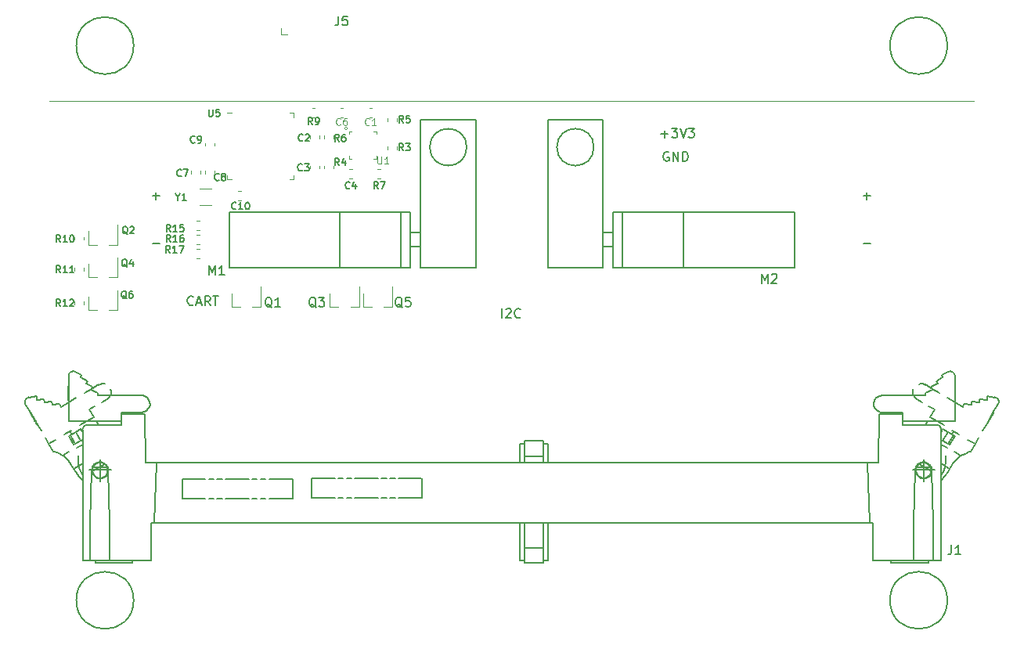
<source format=gbr>
G04 #@! TF.GenerationSoftware,KiCad,Pcbnew,5.1.5+dfsg1-2build2*
G04 #@! TF.CreationDate,2022-02-17T14:46:20+01:00*
G04 #@! TF.ProjectId,ModulAdapter_universal,4d6f6475-6c41-4646-9170-7465725f756e,rev?*
G04 #@! TF.SameCoordinates,Original*
G04 #@! TF.FileFunction,Legend,Top*
G04 #@! TF.FilePolarity,Positive*
%FSLAX46Y46*%
G04 Gerber Fmt 4.6, Leading zero omitted, Abs format (unit mm)*
G04 Created by KiCad (PCBNEW 5.1.5+dfsg1-2build2) date 2022-02-17 14:46:20*
%MOMM*%
%LPD*%
G04 APERTURE LIST*
%ADD10C,0.150000*%
%ADD11C,0.100000*%
%ADD12C,0.120000*%
%ADD13C,0.127000*%
%ADD14C,0.125000*%
%ADD15C,0.128000*%
G04 APERTURE END LIST*
D10*
X116954595Y-85530000D02*
X116859357Y-85482380D01*
X116716500Y-85482380D01*
X116573642Y-85530000D01*
X116478404Y-85625238D01*
X116430785Y-85720476D01*
X116383166Y-85910952D01*
X116383166Y-86053809D01*
X116430785Y-86244285D01*
X116478404Y-86339523D01*
X116573642Y-86434761D01*
X116716500Y-86482380D01*
X116811738Y-86482380D01*
X116954595Y-86434761D01*
X117002214Y-86387142D01*
X117002214Y-86053809D01*
X116811738Y-86053809D01*
X117430785Y-86482380D02*
X117430785Y-85482380D01*
X118002214Y-86482380D01*
X118002214Y-85482380D01*
X118478404Y-86482380D02*
X118478404Y-85482380D01*
X118716500Y-85482380D01*
X118859357Y-85530000D01*
X118954595Y-85625238D01*
X119002214Y-85720476D01*
X119049833Y-85910952D01*
X119049833Y-86053809D01*
X119002214Y-86244285D01*
X118954595Y-86339523D01*
X118859357Y-86434761D01*
X118716500Y-86482380D01*
X118478404Y-86482380D01*
X61119047Y-90271428D02*
X61880952Y-90271428D01*
X61500000Y-90652380D02*
X61500000Y-89890476D01*
X61119047Y-95371428D02*
X61880952Y-95371428D01*
X138019047Y-95371428D02*
X138780952Y-95371428D01*
X138019047Y-90271428D02*
X138780952Y-90271428D01*
X138400000Y-90652380D02*
X138400000Y-89890476D01*
X65535500Y-102008142D02*
X65487880Y-102055761D01*
X65345023Y-102103380D01*
X65249785Y-102103380D01*
X65106928Y-102055761D01*
X65011690Y-101960523D01*
X64964071Y-101865285D01*
X64916452Y-101674809D01*
X64916452Y-101531952D01*
X64964071Y-101341476D01*
X65011690Y-101246238D01*
X65106928Y-101151000D01*
X65249785Y-101103380D01*
X65345023Y-101103380D01*
X65487880Y-101151000D01*
X65535500Y-101198619D01*
X65916452Y-101817666D02*
X66392642Y-101817666D01*
X65821214Y-102103380D02*
X66154547Y-101103380D01*
X66487880Y-102103380D01*
X67392642Y-102103380D02*
X67059309Y-101627190D01*
X66821214Y-102103380D02*
X66821214Y-101103380D01*
X67202166Y-101103380D01*
X67297404Y-101151000D01*
X67345023Y-101198619D01*
X67392642Y-101293857D01*
X67392642Y-101436714D01*
X67345023Y-101531952D01*
X67297404Y-101579571D01*
X67202166Y-101627190D01*
X66821214Y-101627190D01*
X67678357Y-101103380D02*
X68249785Y-101103380D01*
X67964071Y-102103380D02*
X67964071Y-101103380D01*
X98923809Y-103452380D02*
X98923809Y-102452380D01*
X99352380Y-102547619D02*
X99400000Y-102500000D01*
X99495238Y-102452380D01*
X99733333Y-102452380D01*
X99828571Y-102500000D01*
X99876190Y-102547619D01*
X99923809Y-102642857D01*
X99923809Y-102738095D01*
X99876190Y-102880952D01*
X99304761Y-103452380D01*
X99923809Y-103452380D01*
X100923809Y-103357142D02*
X100876190Y-103404761D01*
X100733333Y-103452380D01*
X100638095Y-103452380D01*
X100495238Y-103404761D01*
X100400000Y-103309523D01*
X100352380Y-103214285D01*
X100304761Y-103023809D01*
X100304761Y-102880952D01*
X100352380Y-102690476D01*
X100400000Y-102595238D01*
X100495238Y-102500000D01*
X100638095Y-102452380D01*
X100733333Y-102452380D01*
X100876190Y-102500000D01*
X100923809Y-102547619D01*
D11*
X50000000Y-80000000D02*
X150000000Y-80000000D01*
D12*
X75957000Y-81277000D02*
X76432000Y-81277000D01*
X76432000Y-81277000D02*
X76432000Y-81752000D01*
X69687000Y-88497000D02*
X69212000Y-88497000D01*
X69212000Y-88497000D02*
X69212000Y-88022000D01*
X75957000Y-88497000D02*
X76432000Y-88497000D01*
X76432000Y-88497000D02*
X76432000Y-88022000D01*
X69687000Y-81277000D02*
X69212000Y-81277000D01*
D10*
X69425000Y-97986141D02*
X89025000Y-97986141D01*
X69425000Y-91986141D02*
X89025000Y-91986141D01*
X89025000Y-91986141D02*
X89025000Y-97986141D01*
X69425000Y-97986141D02*
X69425000Y-91986141D01*
X96125000Y-94236141D02*
X96125000Y-95736141D01*
X90125000Y-95736141D02*
X89025000Y-95736141D01*
X90125000Y-94236141D02*
X89025000Y-94236141D01*
X96125000Y-95786141D02*
X96125000Y-97986141D01*
X96125000Y-97986141D02*
X90125000Y-97986141D01*
X90125000Y-97986141D02*
X90125000Y-81986141D01*
X90125000Y-81986141D02*
X96125000Y-81986141D01*
X96125000Y-81986141D02*
X96125000Y-94186141D01*
X95125000Y-84986141D02*
G75*
G03X95125000Y-84986141I-2000000J0D01*
G01*
X88025000Y-97986141D02*
X88025000Y-91986141D01*
X81425000Y-97986141D02*
X81425000Y-91986141D01*
X48600000Y-114900000D02*
X48631750Y-114963500D01*
X48600000Y-114900000D02*
X48631750Y-114900000D01*
X48600000Y-114900000D02*
X48568250Y-114836500D01*
X52063302Y-112330120D02*
X52063302Y-112552210D01*
X59943116Y-113662650D02*
X60197306Y-113599150D01*
X60197306Y-113599150D02*
X60451489Y-113503950D01*
X60451489Y-113503950D02*
X60673908Y-113281860D01*
X60673908Y-113281860D02*
X60800999Y-113059780D01*
X60800999Y-113059780D02*
X60864569Y-112805960D01*
X60864569Y-112805960D02*
X60832819Y-112552140D01*
X60832819Y-112552140D02*
X60737499Y-112330060D01*
X60737499Y-112330060D02*
X60546858Y-112076240D01*
X140043948Y-111854210D02*
X139789758Y-111885910D01*
X139789758Y-111885910D02*
X139567348Y-112012820D01*
X139567348Y-112012820D02*
X139313158Y-112203180D01*
X139313158Y-112203180D02*
X139186068Y-112456990D01*
X139186068Y-112456990D02*
X139154268Y-112679080D01*
X139154268Y-112679080D02*
X139154268Y-112932890D01*
X139154268Y-112932890D02*
X139249568Y-113186710D01*
X48695321Y-114995180D02*
X48695321Y-115026880D01*
X48695321Y-114995180D02*
X48727071Y-115026880D01*
X81231321Y-120769480D02*
X81771469Y-120769480D01*
X152530908Y-112203210D02*
X152372038Y-112076310D01*
X152372038Y-112076310D02*
X152213168Y-112012810D01*
X103409178Y-116771890D02*
X101375678Y-116771890D01*
X101375678Y-118421690D02*
X103409178Y-118421690D01*
X101375678Y-118421690D02*
X101375678Y-117089160D01*
X48345810Y-114392370D02*
X48377560Y-114455870D01*
X48377560Y-114455870D02*
X48409339Y-114487520D01*
X48409360Y-114519280D02*
X48409360Y-114582780D01*
X149734838Y-112520480D02*
X149734838Y-112869480D01*
X150560958Y-112234940D02*
X151387068Y-112298440D01*
X148781638Y-113059840D02*
X147923758Y-112552210D01*
X148781638Y-113059840D02*
X148908738Y-112774300D01*
X55304192Y-115058640D02*
X55050010Y-114646180D01*
X55971434Y-119246590D02*
X54636950Y-120008040D01*
X52253943Y-116137350D02*
X52063302Y-116264250D01*
X52349263Y-119341770D02*
X52603453Y-119754220D01*
X54636950Y-120008040D02*
X54700520Y-120261850D01*
X150465628Y-116422890D02*
X150116118Y-117057430D01*
X150116118Y-117057430D02*
X149607748Y-117914060D01*
X152022528Y-113726110D02*
X152594448Y-112774300D01*
X152054308Y-113757830D02*
X151291748Y-115058640D01*
X48695341Y-114963460D02*
X48631751Y-114899960D01*
X48631771Y-112298390D02*
X49426112Y-112234890D01*
X48631771Y-112298390D02*
X48600021Y-111949400D01*
X48186948Y-114106830D02*
X48123378Y-113979920D01*
X48091628Y-114011650D02*
X48155198Y-114106850D01*
X48155198Y-114106850D02*
X48186920Y-114106830D01*
X147192968Y-117089160D02*
X146589268Y-116771890D01*
X146430408Y-117120880D02*
X147065868Y-117501600D01*
X147891988Y-117945780D02*
X148559228Y-118358230D01*
X150116118Y-117057430D02*
X149321788Y-116613250D01*
X100517795Y-119151410D02*
X100708436Y-119151410D01*
X98897350Y-119151410D02*
X98706710Y-119151410D01*
X104076420Y-119151410D02*
X104298834Y-119151410D01*
X104680115Y-119151410D02*
X104902529Y-119151410D01*
X105283810Y-119151410D02*
X105506224Y-119151410D01*
X145191248Y-114202010D02*
X145953808Y-114646180D01*
X145191248Y-114202010D02*
X145699618Y-113345380D01*
X145445428Y-111124500D02*
X146207988Y-111568670D01*
X147129418Y-112108030D02*
X147923758Y-112552210D01*
X87744875Y-120769480D02*
X90223203Y-120769480D01*
X90254976Y-120769480D02*
X90254976Y-122926910D01*
X48155170Y-114106830D02*
X48186920Y-114106830D01*
X48155170Y-114106830D02*
X48186920Y-114138530D01*
X48218719Y-114138550D02*
X48250469Y-114202050D01*
X48600000Y-111949400D02*
X47805667Y-112044600D01*
X47932758Y-113757830D02*
X47964508Y-113789530D01*
X47932758Y-113757830D02*
X47964508Y-113726130D01*
X78371713Y-120769480D02*
X80850040Y-120769480D01*
X48536451Y-114741360D02*
X48600021Y-114836560D01*
X48282269Y-114265460D02*
X48250519Y-114201960D01*
X48218719Y-114233730D02*
X48250469Y-114297230D01*
X48727092Y-115026900D02*
X48695342Y-115058600D01*
X48695321Y-114995180D02*
X48695321Y-114963480D01*
X148908738Y-112774300D02*
X149734838Y-112869500D01*
X151291748Y-115026900D02*
X151291748Y-115058600D01*
X150560958Y-112583940D02*
X149734838Y-112520440D01*
X151291748Y-115026900D02*
X150910468Y-115661450D01*
X144682868Y-110712040D02*
X144460458Y-110585140D01*
X144460458Y-110585140D02*
X144206268Y-110585140D01*
X144206268Y-110585140D02*
X144015628Y-110616840D01*
X143380158Y-111156220D02*
X143380158Y-111219720D01*
X48600000Y-114836540D02*
X48631750Y-114900040D01*
X48600000Y-114836540D02*
X48568250Y-114836540D01*
X48536451Y-114741360D02*
X48536451Y-114741360D01*
X145032378Y-129970290D02*
X145032378Y-129653020D01*
X141028918Y-129653020D02*
X141028918Y-129970290D01*
X103409178Y-129970290D02*
X101375678Y-129970290D01*
X101375678Y-128320490D02*
X103409178Y-128320490D01*
X103409178Y-128320490D02*
X103409178Y-129970290D01*
X101375678Y-129970290D02*
X101375678Y-128320490D01*
X54541630Y-111124500D02*
X54509880Y-111219700D01*
X56575135Y-111854210D02*
X59943116Y-111854210D01*
X57750749Y-114646180D02*
X57750749Y-115058640D01*
X55876114Y-115058640D02*
X55272421Y-115058640D01*
X57750749Y-113853010D02*
X57750749Y-113662650D01*
X57750749Y-113853010D02*
X57750749Y-114646180D01*
X146430408Y-116644980D02*
X146589268Y-116771890D01*
X146589268Y-116771890D02*
X147161198Y-115788350D01*
X147161198Y-115788350D02*
X146621048Y-115502810D01*
X145699618Y-113345380D02*
X145095928Y-112996380D01*
X144365138Y-112583940D02*
X143761438Y-112234940D01*
X56257416Y-120293580D02*
X56289166Y-120039760D01*
X56289166Y-120039760D02*
X56289166Y-119785940D01*
X56289166Y-119785940D02*
X56225596Y-119595580D01*
X55971434Y-119278320D02*
X55717252Y-119151410D01*
X55717252Y-119151410D02*
X55463062Y-119087910D01*
X55463062Y-119087910D02*
X55240650Y-119151410D01*
X55240650Y-119151410D02*
X54986460Y-119278320D01*
X105887505Y-119151410D02*
X106109920Y-119151410D01*
X62357895Y-119151410D02*
X62167254Y-119151410D01*
X62739176Y-119151410D02*
X62961595Y-119151410D01*
X63342876Y-119151410D02*
X63565288Y-119151410D01*
X63946569Y-119151410D02*
X64168980Y-119151410D01*
X54700520Y-120261850D02*
X54859390Y-120515670D01*
X54859390Y-120515670D02*
X55081801Y-120706030D01*
X55081801Y-120706030D02*
X55335991Y-120769530D01*
X55335991Y-120769530D02*
X55590174Y-120769530D01*
X55590174Y-120769530D02*
X55844364Y-120706030D01*
X55844364Y-120706030D02*
X56066775Y-120515670D01*
X56066775Y-120515670D02*
X56257416Y-120293580D01*
X149448878Y-117945780D02*
X149004058Y-118136150D01*
X149004058Y-118136150D02*
X148527458Y-118358230D01*
X152594448Y-112774300D02*
X152658048Y-112583940D01*
X152658048Y-112583940D02*
X152657998Y-112393570D01*
X152657998Y-112393570D02*
X152530908Y-112203210D01*
X147923758Y-110807230D02*
X147923758Y-109728510D01*
X147923758Y-110807230D02*
X147923758Y-112330120D01*
X147923758Y-112552210D02*
X147923758Y-114646180D01*
X146493948Y-109601610D02*
X147192968Y-109252610D01*
X146493948Y-109601610D02*
X146621048Y-109918870D01*
X147764898Y-116137350D02*
X147923758Y-116264250D01*
X147764898Y-116137350D02*
X147192968Y-117089160D01*
X147383608Y-117184340D02*
X147923758Y-116264250D01*
X147764898Y-116137350D02*
X147161198Y-115788350D01*
X54986460Y-119278320D02*
X54764049Y-119500400D01*
X54764049Y-119500400D02*
X54700479Y-119595600D01*
X56257395Y-119595580D02*
X56066755Y-119341770D01*
X56066755Y-119341770D02*
X55971435Y-119278270D01*
X54700500Y-119595580D02*
X54636930Y-119817680D01*
X54636930Y-119817680D02*
X54636930Y-120039760D01*
X53366015Y-109918870D02*
X53493107Y-109601610D01*
X82120977Y-120769480D02*
X82692899Y-120769480D01*
X83042407Y-120769480D02*
X85552508Y-120769480D01*
X147192968Y-117089160D02*
X147383608Y-117184360D01*
X147383608Y-119754220D02*
X147161198Y-120134940D01*
X147383608Y-119754220D02*
X147637798Y-119341770D01*
X147383608Y-119754220D02*
X146430408Y-119183130D01*
X85902016Y-120769480D02*
X86473937Y-120769480D01*
X86823445Y-120769480D02*
X87395367Y-120769480D01*
X145477208Y-111219680D02*
X144746418Y-111536950D01*
X145286568Y-119595580D02*
X143761438Y-119595580D01*
X142236318Y-113662650D02*
X140043948Y-113662650D01*
X145922028Y-110267870D02*
X146621048Y-109918870D01*
X146938778Y-118358230D02*
X146938778Y-118802410D01*
X48409360Y-114519280D02*
X48409360Y-114487580D01*
X48409360Y-114519280D02*
X48441110Y-114550980D01*
X48218719Y-114233730D02*
X48186969Y-114138530D01*
X48250469Y-114297230D02*
X48314060Y-114392390D01*
X48250490Y-114297190D02*
X48282240Y-114265490D01*
X48282240Y-114265490D02*
X48345839Y-114392370D01*
X48377589Y-114487550D02*
X48409339Y-114487550D01*
X48377589Y-114487550D02*
X48409339Y-114519250D01*
X48345810Y-114487550D02*
X48377560Y-114455850D01*
X144746418Y-115058640D02*
X145413658Y-115058640D01*
X142236318Y-113853010D02*
X142236318Y-113662650D01*
X148400358Y-116073890D02*
X147637798Y-115629720D01*
X146716368Y-115058640D02*
X145953808Y-114646180D01*
X149448878Y-117945780D02*
X149607748Y-117914080D01*
X150560958Y-112583940D02*
X150560958Y-112234940D01*
X136453548Y-119151410D02*
X136644188Y-119151410D01*
X137025468Y-119151410D02*
X137247878Y-119151410D01*
X137629158Y-119151410D02*
X137851578Y-119151410D01*
X136040498Y-119151410D02*
X135849858Y-119151410D01*
X146049128Y-110553420D02*
X145922028Y-110267870D01*
X103409178Y-117089160D02*
X103409178Y-118421690D01*
X101375678Y-117089160D02*
X101375678Y-116771890D01*
X103409178Y-116771890D02*
X103409178Y-117089160D01*
X100104741Y-119151410D02*
X99914100Y-119151410D01*
X99501045Y-119151410D02*
X99310405Y-119151410D01*
X81771469Y-122926910D02*
X81231321Y-122926910D01*
X80850040Y-122926910D02*
X78371713Y-122926910D01*
X85552508Y-122926910D02*
X83042407Y-122926910D01*
X145191248Y-120452240D02*
X145318338Y-120230150D01*
X145318338Y-120230150D02*
X145381938Y-120008060D01*
X145286568Y-119595580D02*
X145095928Y-119341770D01*
X145095928Y-119341770D02*
X144873508Y-119183130D01*
X144873508Y-119183130D02*
X144619328Y-119119630D01*
X144619328Y-119119630D02*
X144365138Y-119119630D01*
X145953808Y-114646180D02*
X147923758Y-114646180D01*
X147955538Y-112330120D02*
X147955538Y-110807230D01*
X143761438Y-119595580D02*
X143697838Y-119817680D01*
X143697838Y-119817680D02*
X143697838Y-120071490D01*
X143697838Y-120071490D02*
X143761438Y-120325300D01*
X143380158Y-111219720D02*
X143348358Y-111441770D01*
X143348358Y-111441770D02*
X143380078Y-111695580D01*
X143380078Y-111695580D02*
X143443758Y-111854210D01*
X146430408Y-121023290D02*
X146875228Y-120547390D01*
X146875228Y-120547390D02*
X147161198Y-120134940D01*
X78371713Y-122926910D02*
X78371713Y-120769480D01*
X139249568Y-113186710D02*
X139440208Y-113408800D01*
X139440208Y-113408800D02*
X139694388Y-113567440D01*
X139694388Y-113567440D02*
X139916808Y-113662640D01*
X139916808Y-113662640D02*
X140043898Y-113662640D01*
X146430408Y-120452210D02*
X146716368Y-119976310D01*
X146716368Y-119976310D02*
X146843458Y-119500400D01*
X145413658Y-115058640D02*
X145540748Y-115058640D01*
X147923758Y-112552210D02*
X147923758Y-112330120D01*
X144142718Y-115058640D02*
X144746418Y-115058640D01*
X145477208Y-111219680D02*
X145445408Y-111124480D01*
X147574208Y-109252590D02*
X147383568Y-109220890D01*
X147383568Y-109220890D02*
X147224698Y-109252590D01*
X54954689Y-129970290D02*
X58958142Y-129970290D01*
X58958142Y-129970290D02*
X58958142Y-129653020D01*
X54954689Y-129653020D02*
X54954689Y-129970290D01*
X141028918Y-129970290D02*
X145032378Y-129970290D01*
X145413658Y-115058640D02*
X145540748Y-115058640D01*
X103885779Y-129653020D02*
X103440951Y-129653020D01*
X103885779Y-129653020D02*
X103885779Y-125623700D01*
X104076420Y-125623700D02*
X104298834Y-125623700D01*
X104298834Y-125623700D02*
X104489475Y-125623700D01*
X104076420Y-125623700D02*
X103885779Y-125623700D01*
X103440951Y-125623700D02*
X103440951Y-129653020D01*
X105093170Y-125623700D02*
X105283810Y-125623700D01*
X105696865Y-125623700D02*
X105887505Y-125623700D01*
X105696865Y-125623700D02*
X105506224Y-125623700D01*
X105506224Y-125623700D02*
X105283810Y-125623700D01*
X105887505Y-125623700D02*
X106109920Y-125623700D01*
X105093170Y-125623700D02*
X104902529Y-125623700D01*
X47996308Y-113821290D02*
X47964558Y-113789590D01*
X47996308Y-113757830D02*
X47996308Y-113789530D01*
X47996308Y-113789530D02*
X47964558Y-113789550D01*
X56257395Y-119595580D02*
X54700500Y-119595580D01*
X53493107Y-109601610D02*
X52794094Y-109252610D01*
X53080054Y-118358230D02*
X53080054Y-118802410D01*
X54382768Y-115058640D02*
X54446338Y-115058640D01*
X54573408Y-115058640D02*
X55272421Y-115058640D01*
X54573408Y-115058640D02*
X54446310Y-115058640D01*
X52031531Y-111092770D02*
X52031531Y-111219680D01*
X52031531Y-111092770D02*
X52031531Y-110997570D01*
X52031531Y-110902410D02*
X52031531Y-110870710D01*
X52031531Y-110838960D02*
X52031531Y-110807260D01*
X52031531Y-110838960D02*
X52031531Y-110870660D01*
X52031531Y-111759030D02*
X52031531Y-111854230D01*
X52031531Y-111854230D02*
X52031531Y-111981130D01*
X143443698Y-111854210D02*
X143602568Y-112108030D01*
X143602568Y-112108030D02*
X143793208Y-112234940D01*
X148559228Y-118358230D02*
X148082628Y-118738960D01*
X148082628Y-118738960D02*
X147701348Y-119214860D01*
X147701348Y-119214860D02*
X147637748Y-119341770D01*
X47996308Y-113821290D02*
X48028058Y-113821290D01*
X47996308Y-113757830D02*
X47932738Y-113757830D01*
X47996308Y-113789550D02*
X48028058Y-113821250D01*
X55844364Y-120706030D02*
X56066775Y-120515670D01*
X56066775Y-120515670D02*
X56257416Y-120293580D01*
X56257416Y-120293580D02*
X56289166Y-120039760D01*
X56289166Y-120039760D02*
X56289166Y-119785940D01*
X56289166Y-119785940D02*
X56225596Y-119595580D01*
X55971434Y-119278320D02*
X55717252Y-119151410D01*
X55717252Y-119151410D02*
X55463062Y-119087910D01*
X55463062Y-119087910D02*
X55240650Y-119151410D01*
X55240650Y-119151410D02*
X54986460Y-119278320D01*
X54986460Y-119278320D02*
X54764049Y-119500400D01*
X54764049Y-119500400D02*
X54700479Y-119595600D01*
X66869727Y-122990370D02*
X64391400Y-122990370D01*
X64359621Y-122990370D02*
X64359621Y-120928110D01*
X55653703Y-112583940D02*
X56225624Y-112234940D01*
X53366015Y-115502810D02*
X52857643Y-115788350D01*
X145540748Y-115058640D02*
X145604348Y-115058640D01*
X144746418Y-111854210D02*
X144746418Y-111536950D01*
X52381042Y-109252610D02*
X52222172Y-109347810D01*
X52222172Y-109347810D02*
X52095081Y-109538170D01*
X52095081Y-109538170D02*
X52063331Y-109728530D01*
X104298834Y-125623700D02*
X104076420Y-125623700D01*
X105506224Y-125623700D02*
X105283810Y-125623700D01*
X104902529Y-125623700D02*
X104680115Y-125623700D01*
X105887505Y-125623700D02*
X106109920Y-125623700D01*
X99501045Y-125623700D02*
X99310405Y-125623700D01*
X98706710Y-125623700D02*
X98897350Y-125623700D01*
X100104741Y-125623700D02*
X99914100Y-125623700D01*
X100517795Y-125623700D02*
X100708436Y-125623700D01*
X62167254Y-125623700D02*
X62357895Y-125623700D01*
X53779067Y-111568670D02*
X54541630Y-111124500D01*
X53588427Y-119183130D02*
X52603453Y-119754220D01*
X52603453Y-119754220D02*
X52825865Y-120134940D01*
X60546858Y-112076240D02*
X60324447Y-111917610D01*
X60324447Y-111917610D02*
X60070257Y-111854110D01*
X60070257Y-111854110D02*
X59943166Y-111854110D01*
X54636950Y-120008040D02*
X54700520Y-120261850D01*
X54700520Y-120261850D02*
X54859390Y-120515670D01*
X54859390Y-120515670D02*
X55081801Y-120706030D01*
X55081801Y-120706030D02*
X55335991Y-120769530D01*
X55335991Y-120769530D02*
X55590174Y-120769530D01*
X55590174Y-120769530D02*
X55844364Y-120706030D01*
X49870935Y-117057430D02*
X49521433Y-116422890D01*
X49108373Y-115661450D02*
X48727092Y-115026900D01*
X48345810Y-114487550D02*
X48377560Y-114487550D01*
X48314039Y-114392370D02*
X48345789Y-114392370D01*
X48409360Y-114519280D02*
X48409360Y-114519280D01*
X48028079Y-113916470D02*
X48091649Y-114011670D01*
X48059850Y-113884740D02*
X48028100Y-113821240D01*
X47996308Y-113821290D02*
X48028058Y-113916490D01*
X54033257Y-114646180D02*
X54827591Y-114202010D01*
X52063302Y-112552210D02*
X51237198Y-113059840D01*
X152054308Y-113757830D02*
X152022508Y-113726130D01*
X152022508Y-113726130D02*
X151291748Y-115026900D01*
X151387068Y-111949400D02*
X152213168Y-112044600D01*
X151387068Y-111949400D02*
X151387068Y-112298390D01*
X52063302Y-110838960D02*
X52063302Y-110807260D01*
X52063302Y-110838960D02*
X52063302Y-110870660D01*
X52063302Y-111092770D02*
X52063302Y-111219680D01*
X52063302Y-111346590D02*
X52063302Y-111441790D01*
X52063302Y-111283130D02*
X52063302Y-111251430D01*
X52063302Y-111251430D02*
X52063302Y-111219710D01*
X52063302Y-112139760D02*
X52063302Y-112234960D01*
X52063302Y-112266670D02*
X52063302Y-112330170D01*
X52063302Y-112266670D02*
X52063302Y-112234970D01*
X72461847Y-122990370D02*
X71921703Y-122990370D01*
X71540422Y-122990370D02*
X69062094Y-122990370D01*
X48186920Y-114106830D02*
X48218698Y-114138530D01*
X48218698Y-114138530D02*
X48186969Y-114138550D01*
X48186948Y-114106830D02*
X48186948Y-114106830D01*
X62739176Y-125623700D02*
X62961595Y-125623700D01*
X63565288Y-125623700D02*
X63342876Y-125623700D01*
X64168980Y-125623700D02*
X63946569Y-125623700D01*
X136040498Y-125623700D02*
X135849858Y-125623700D01*
X136453548Y-125623700D02*
X136644188Y-125623700D01*
X137025468Y-125623700D02*
X137247878Y-125623700D01*
X137629158Y-125623700D02*
X137851578Y-125623700D01*
X142236318Y-115058640D02*
X142236318Y-114646180D01*
X142236318Y-114646180D02*
X142236318Y-113853010D01*
X142236318Y-113853010D02*
X139694438Y-113853010D01*
X145540748Y-115058640D02*
X145604348Y-115058640D01*
X145413658Y-115058640D02*
X144746418Y-115058640D01*
X144746418Y-115058640D02*
X144142718Y-115058640D01*
X52063302Y-111568670D02*
X52031552Y-111568670D01*
X54509859Y-111219680D02*
X55240650Y-111536950D01*
X54096807Y-110267870D02*
X53366015Y-109918870D01*
X54096807Y-110267870D02*
X53937937Y-110553420D01*
X57750749Y-113662650D02*
X59943116Y-113662650D01*
X56575135Y-111854210D02*
X55240650Y-111854210D01*
X55240650Y-111854210D02*
X55240650Y-111536950D01*
X54033257Y-114646180D02*
X57750749Y-114646180D01*
X52794094Y-117089160D02*
X52635224Y-117184360D01*
X52635224Y-117184360D02*
X52063302Y-116264250D01*
X48695321Y-115058640D02*
X48695321Y-115026940D01*
X48695321Y-115026940D02*
X48631751Y-114963400D01*
X48631751Y-114963400D02*
X48695341Y-114963460D01*
X53588427Y-117120880D02*
X52921185Y-117501600D01*
X52126852Y-117945780D02*
X51427839Y-118358230D01*
X52031531Y-110838960D02*
X52063281Y-110838960D01*
X52031531Y-111346590D02*
X52031531Y-111441790D01*
X52031531Y-111441790D02*
X52063281Y-111441770D01*
X52031531Y-112139760D02*
X52031531Y-112234960D01*
X52031531Y-112076310D02*
X52031531Y-111981110D01*
X52031531Y-112266670D02*
X52031531Y-112330170D01*
X52031531Y-112139760D02*
X52031531Y-112076260D01*
X52031531Y-112234940D02*
X52031531Y-112266640D01*
X56575135Y-111854210D02*
X56638705Y-111632130D01*
X56638705Y-111632130D02*
X56670427Y-111378310D01*
X56670427Y-111378310D02*
X56606885Y-111187950D01*
X56003213Y-110585140D02*
X55971463Y-110585140D01*
X147955538Y-110807230D02*
X147923738Y-110807230D01*
X53588427Y-116644980D02*
X53397786Y-116771890D01*
X86473937Y-122926910D02*
X85902016Y-122926910D01*
X82692899Y-122926910D02*
X82120977Y-122926910D01*
X87395367Y-122926910D02*
X86823445Y-122926910D01*
X47805667Y-112012850D02*
X47615026Y-112076350D01*
X47615026Y-112076350D02*
X47456157Y-112234940D01*
X47456157Y-112234940D02*
X47360837Y-112425300D01*
X47360837Y-112425300D02*
X47360836Y-112583940D01*
X47360836Y-112583940D02*
X47392586Y-112774300D01*
X73764560Y-120928110D02*
X76274659Y-120928110D01*
X76274659Y-120928110D02*
X76274659Y-122990370D01*
X52158623Y-115724900D02*
X52190373Y-115756600D01*
X143348378Y-119912860D02*
X145699618Y-119912860D01*
X144523998Y-121118470D02*
X144523998Y-118770690D01*
X56638677Y-119912860D02*
X54287447Y-119912860D01*
X48250490Y-114202010D02*
X48218740Y-114233710D01*
X47964529Y-113726110D02*
X47392607Y-112774300D01*
X52063302Y-112552210D02*
X52857643Y-112108030D01*
X54033257Y-114646180D02*
X52063302Y-114646180D01*
X54541630Y-111124500D02*
X54668729Y-110902410D01*
X54668729Y-110902410D02*
X53937937Y-110553420D01*
X52063302Y-112552210D02*
X52063302Y-114646180D01*
X52063302Y-110807230D02*
X52063302Y-109728510D01*
X52063302Y-111283130D02*
X52063302Y-111346630D01*
X52063302Y-111092770D02*
X52063302Y-110997570D01*
X52063302Y-110997570D02*
X52063302Y-110902390D01*
X52063302Y-110902390D02*
X52063302Y-110870710D01*
X142236318Y-115058640D02*
X142236318Y-114646180D01*
X142236318Y-114646180D02*
X142236318Y-113853010D01*
X52063302Y-111219680D02*
X52031552Y-111219680D01*
X52031531Y-112330120D02*
X52063281Y-112330120D01*
X52063302Y-112266670D02*
X52031552Y-112266670D01*
X52031531Y-112234940D02*
X52063281Y-112234940D01*
X52063302Y-112139760D02*
X52031552Y-112139760D01*
X52031531Y-112076310D02*
X52063281Y-112076310D01*
X52031531Y-110997590D02*
X52031531Y-110902390D01*
X51237198Y-113059840D02*
X51078328Y-112774300D01*
X51078328Y-112774300D02*
X50283995Y-112869500D01*
X50283995Y-112869500D02*
X50252245Y-112520480D01*
X52857643Y-115788350D02*
X53397786Y-116771890D01*
X52794094Y-117089160D02*
X52253943Y-116137350D01*
X68140662Y-120928110D02*
X68712584Y-120928110D01*
X69062094Y-120928110D02*
X71540422Y-120928110D01*
X52031531Y-111981130D02*
X52063281Y-111981130D01*
X52063302Y-111854210D02*
X52031552Y-111854210D01*
X52031531Y-111759030D02*
X52063281Y-111759030D01*
X52063302Y-111092770D02*
X52031552Y-111092770D01*
X52031531Y-110807230D02*
X52063281Y-110807230D01*
X52063302Y-110997590D02*
X52031552Y-110997590D01*
X52031531Y-110902410D02*
X52063281Y-110902410D01*
X52063302Y-110870680D02*
X52031552Y-110870680D01*
X47996308Y-113757830D02*
X47964558Y-113726130D01*
X48441131Y-114551000D02*
X48504701Y-114646200D01*
X48536451Y-114741360D02*
X48568201Y-114836560D01*
X76274659Y-122990370D02*
X73764560Y-122990370D01*
X73383279Y-122990370D02*
X72843128Y-122990370D01*
X48441131Y-114551000D02*
X48409381Y-114582700D01*
X48472909Y-114646180D02*
X48536479Y-114741380D01*
X48345810Y-114487550D02*
X48314060Y-114392350D01*
X54319218Y-113345380D02*
X54827591Y-114202010D01*
X54319218Y-113345380D02*
X54922911Y-112996380D01*
X49870935Y-117057430D02*
X50379315Y-117914060D01*
X49870935Y-117057430D02*
X50665276Y-116613250D01*
X55463062Y-121118470D02*
X55463062Y-118770690D01*
X144682868Y-115058640D02*
X144937058Y-114646180D01*
X145445428Y-111124500D02*
X144682868Y-110680320D01*
X146621048Y-115502810D02*
X146430408Y-115851810D01*
X52794094Y-117089160D02*
X53397786Y-116771890D01*
X52857643Y-115788350D02*
X52253943Y-116137350D01*
X147828438Y-115724900D02*
X147796638Y-115756600D01*
X147923758Y-112330120D02*
X147955558Y-112330120D01*
X52063302Y-112139760D02*
X52063302Y-112076260D01*
X52063302Y-112076260D02*
X52063302Y-111981110D01*
X52063302Y-111854210D02*
X52063302Y-111759010D01*
X52063302Y-111854210D02*
X52063302Y-111981130D01*
X52063302Y-111759030D02*
X52063302Y-111727330D01*
X52063302Y-111727330D02*
X52063302Y-111695610D01*
X52063302Y-111695610D02*
X52063302Y-111632080D01*
X52063302Y-111632080D02*
X52063302Y-111568630D01*
X52063302Y-111568630D02*
X52063302Y-111441770D01*
X145445428Y-111124500D02*
X145318338Y-110902410D01*
X143411928Y-111854210D02*
X140043948Y-111854210D01*
X143411928Y-111854210D02*
X144746418Y-111854210D01*
X145953808Y-114646180D02*
X142236318Y-114646180D01*
X145318338Y-110902410D02*
X146049128Y-110553420D01*
X48059850Y-113884740D02*
X48028100Y-113916440D01*
X48091628Y-114011650D02*
X48123378Y-113979950D01*
X48123378Y-113979950D02*
X48059829Y-113884720D01*
X55971463Y-110585140D02*
X55749023Y-110585140D01*
X55749023Y-110585140D02*
X55494833Y-110616840D01*
X55494833Y-110616840D02*
X55335971Y-110712060D01*
X56225624Y-112234940D02*
X56448036Y-112044580D01*
X52349263Y-119341770D02*
X52031531Y-118865870D01*
X52031531Y-118865870D02*
X51554930Y-118453410D01*
X51554930Y-118453410D02*
X51427839Y-118358210D01*
X51427839Y-118358210D02*
X50983008Y-118104420D01*
X50983008Y-118104420D02*
X50538177Y-117945780D01*
X56448036Y-112044580D02*
X56575135Y-111854210D01*
X52825865Y-120134940D02*
X53175375Y-120610850D01*
X53175375Y-120610850D02*
X53588427Y-121023290D01*
X143761438Y-120325300D02*
X143952078Y-120547390D01*
X143952078Y-120547390D02*
X144206268Y-120706030D01*
X144206268Y-120706030D02*
X144460458Y-120801230D01*
X144460458Y-120801230D02*
X144682868Y-120769530D01*
X144682868Y-120769530D02*
X144937058Y-120674330D01*
X144937058Y-120674330D02*
X145191248Y-120452240D01*
X146843458Y-119500400D02*
X146938758Y-119056230D01*
X146938758Y-119056230D02*
X146938758Y-118802410D01*
X147796668Y-115756630D02*
X147574248Y-116042170D01*
X147955538Y-109728510D02*
X147891938Y-109538150D01*
X147891938Y-109538150D02*
X147764848Y-109347790D01*
X147764848Y-109347790D02*
X147574208Y-109252590D01*
X144365138Y-119119630D02*
X144142718Y-119214830D01*
X144142718Y-119214830D02*
X144047418Y-119278330D01*
X145350108Y-120008040D02*
X145350108Y-119785940D01*
X145350108Y-119785940D02*
X145286508Y-119595580D01*
X144047398Y-119278320D02*
X143824978Y-119500400D01*
X143824978Y-119500400D02*
X143761378Y-119595600D01*
X64359621Y-120928110D02*
X66869727Y-120928110D01*
X67251009Y-120928110D02*
X67759381Y-120928110D01*
X52031531Y-111346590D02*
X52031531Y-111283090D01*
X52031531Y-111251410D02*
X52031531Y-111219710D01*
X52031531Y-111251410D02*
X52031531Y-111283110D01*
X52031531Y-111346590D02*
X52063281Y-111346590D01*
X52063302Y-111283130D02*
X52031552Y-111283130D01*
X52031531Y-111251410D02*
X52063281Y-111251410D01*
X71921703Y-120928110D02*
X72461847Y-120928110D01*
X72843128Y-120928110D02*
X73383279Y-120928110D01*
X90254976Y-122926910D02*
X87744875Y-122926910D01*
X50379315Y-117914060D02*
X50538177Y-117945760D01*
X50252216Y-112520480D02*
X49457883Y-112583980D01*
X49457883Y-112583980D02*
X49426133Y-112234940D01*
X48472909Y-114646180D02*
X48409339Y-114582680D01*
X48472909Y-114646180D02*
X48504659Y-114646180D01*
X48504659Y-114646180D02*
X48536430Y-114741380D01*
X52031531Y-111632130D02*
X52031531Y-111568630D01*
X52031531Y-111727310D02*
X52031531Y-111759010D01*
X52031531Y-111727310D02*
X52031531Y-111695610D01*
X52031531Y-111568670D02*
X52031531Y-111441770D01*
X52031531Y-111632130D02*
X52031531Y-111695630D01*
X52031531Y-111727310D02*
X52063281Y-111727310D01*
X52063302Y-111695580D02*
X52031552Y-111695580D01*
X52031531Y-111632130D02*
X52063281Y-111632130D01*
X68712584Y-122990370D02*
X68140662Y-122990370D01*
X67759381Y-122990370D02*
X67251009Y-122990370D01*
X56257395Y-119595580D02*
X56066755Y-119341770D01*
X56066755Y-119341770D02*
X55971435Y-119278270D01*
X54700500Y-119595580D02*
X54636930Y-119817680D01*
X54636930Y-119817680D02*
X54636930Y-120039760D01*
X53080054Y-118802410D02*
X53111804Y-119278320D01*
X53111804Y-119278320D02*
X53207124Y-119722490D01*
X53207124Y-119722490D02*
X53429543Y-120198400D01*
X53429543Y-120198400D02*
X53588405Y-120452210D01*
X52444583Y-116042170D02*
X52190401Y-115756630D01*
X52762323Y-109252610D02*
X52571682Y-109220910D01*
X52571682Y-109220910D02*
X52381042Y-109252610D01*
X51586701Y-116073890D02*
X52349263Y-115629720D01*
X53270695Y-115058640D02*
X54033257Y-114646180D01*
X53588427Y-115851810D02*
X53366015Y-115502810D01*
X54541630Y-111124500D02*
X55335971Y-110680320D01*
X104680115Y-125623700D02*
X104489475Y-125623700D01*
X104680115Y-125623700D02*
X104902529Y-125623700D01*
X103885779Y-125623700D02*
X100708436Y-125623700D01*
X100708436Y-125623700D02*
X100517795Y-125623700D01*
X94321976Y-125623700D02*
X93908921Y-125623700D01*
X93908921Y-125623700D02*
X93877151Y-125623700D01*
X94512616Y-125623700D02*
X94925671Y-125623700D01*
X94925671Y-125623700D02*
X95116311Y-125623700D01*
X95116311Y-125623700D02*
X95529366Y-125623700D01*
X95656460Y-125623700D02*
X98706710Y-125623700D01*
X95656460Y-125623700D02*
X95529366Y-125623700D01*
X100295381Y-125623700D02*
X100517795Y-125623700D01*
X99914100Y-125623700D02*
X99501045Y-125623700D01*
X99310405Y-125623700D02*
X98897350Y-125623700D01*
X99310405Y-125623700D02*
X99501045Y-125623700D01*
X100104741Y-125623700D02*
X100295381Y-125623700D01*
X100104741Y-125623700D02*
X99914100Y-125623700D01*
X98897350Y-125623700D02*
X98706710Y-125623700D01*
X94512616Y-125623700D02*
X94321976Y-125623700D01*
X99310405Y-119151410D02*
X99501045Y-119151410D01*
X98897350Y-119151410D02*
X98706710Y-119151410D01*
X98897350Y-119151410D02*
X99310405Y-119151410D01*
X99914100Y-119151410D02*
X100104741Y-119151410D01*
X100517795Y-119151410D02*
X100708436Y-119151410D01*
X99914100Y-119151410D02*
X99501045Y-119151410D01*
X100104741Y-119151410D02*
X100517795Y-119151410D01*
X105283810Y-119151410D02*
X105506224Y-119151410D01*
X105887505Y-119151410D02*
X106109920Y-119151410D01*
X105887505Y-119151410D02*
X105506224Y-119151410D01*
X100899076Y-119151410D02*
X100899076Y-117089160D01*
X101343905Y-117089160D02*
X101343905Y-119151410D01*
X104680115Y-119151410D02*
X104902529Y-119151410D01*
X104298834Y-119151410D02*
X104076420Y-119151410D01*
X104076420Y-119151410D02*
X100708436Y-119151410D01*
X104902529Y-119151410D02*
X105283810Y-119151410D01*
X104680115Y-119151410D02*
X104298834Y-119151410D01*
X101343905Y-117089160D02*
X100899076Y-117089160D01*
X103440951Y-117089160D02*
X103440951Y-119151410D01*
X103885779Y-119151410D02*
X103885779Y-117089160D01*
X103440951Y-117089160D02*
X103409181Y-117089160D01*
X103440951Y-117089160D02*
X103885779Y-117089160D01*
X64168980Y-119151410D02*
X63946569Y-119151410D01*
X63565288Y-119151410D02*
X63342876Y-119151410D01*
X101343905Y-117089160D02*
X101375675Y-117089160D01*
X62961595Y-119151410D02*
X62739176Y-119151410D01*
X62357895Y-119151410D02*
X62167254Y-119151410D01*
X62357895Y-119151410D02*
X62739176Y-119151410D01*
X60356168Y-119151410D02*
X60324418Y-113853010D01*
X61563561Y-119151410D02*
X62167254Y-119151410D01*
X63565288Y-119151410D02*
X63946569Y-119151410D01*
X63342876Y-119151410D02*
X62961595Y-119151410D01*
X64168980Y-119151410D02*
X98706710Y-119151410D01*
X57750749Y-115058640D02*
X57750749Y-114646180D01*
X55876114Y-115058640D02*
X55272421Y-115058640D01*
X57750749Y-114646180D02*
X57750749Y-113853010D01*
X135849858Y-119151410D02*
X136040498Y-119151410D01*
X136453548Y-119151410D02*
X136644188Y-119151410D01*
X137629158Y-119151410D02*
X137851578Y-119151410D01*
X137247878Y-119151410D02*
X137025468Y-119151410D01*
X137025468Y-119151410D02*
X136644188Y-119151410D01*
X136453548Y-119151410D02*
X136040498Y-119151410D01*
X137247878Y-119151410D02*
X137629158Y-119151410D01*
X138455278Y-119151410D02*
X139630888Y-119151410D01*
X138455278Y-119151410D02*
X137851578Y-119151410D01*
X139630888Y-119151410D02*
X139694488Y-113853010D01*
X135849858Y-119151410D02*
X106109920Y-119151410D01*
X142236318Y-115058640D02*
X144142718Y-115058640D01*
X145604298Y-115058640D02*
X145922028Y-115058640D01*
X135659218Y-125623700D02*
X106109920Y-125623700D01*
X145604298Y-125623700D02*
X145604298Y-129653020D01*
X61341150Y-125623700D02*
X60959869Y-125623700D01*
X145604298Y-129653020D02*
X146430408Y-129653020D01*
X62739176Y-125623700D02*
X62580314Y-125623700D01*
X62357895Y-125623700D02*
X62167254Y-125623700D01*
X62357895Y-125623700D02*
X62580314Y-125623700D01*
X62167254Y-125623700D02*
X61976614Y-125623700D01*
X62961595Y-125623700D02*
X63152236Y-125623700D01*
X62961595Y-125623700D02*
X62739176Y-125623700D01*
X63152236Y-125623700D02*
X63342876Y-125623700D01*
X63342876Y-125623700D02*
X63565288Y-125623700D01*
X63565288Y-125623700D02*
X63755928Y-125623700D01*
X64168980Y-125623700D02*
X93877147Y-125623700D01*
X63946569Y-125623700D02*
X63755928Y-125623700D01*
X63946569Y-125623700D02*
X64168980Y-125623700D01*
X61341150Y-125623700D02*
X61563561Y-119151410D01*
X61341150Y-125623700D02*
X61976614Y-125623700D01*
X54382768Y-115058640D02*
X54065028Y-115058640D01*
X54382768Y-115058640D02*
X54446338Y-115058640D01*
X55876114Y-115058640D02*
X57750749Y-115058640D01*
X55272421Y-115058640D02*
X54573408Y-115058640D01*
X54573408Y-115058640D02*
X54446310Y-115058640D01*
X139027198Y-125623700D02*
X139027198Y-129653020D01*
X143443698Y-129653020D02*
X143443698Y-125623700D01*
X143443698Y-129653020D02*
X139027198Y-129653020D01*
X143443698Y-129653020D02*
X145604298Y-129653020D01*
X56543356Y-125623700D02*
X56352716Y-119912860D01*
X60959869Y-125623700D02*
X60959869Y-129653020D01*
X53588427Y-129653020D02*
X53588427Y-115534540D01*
X56543356Y-125623700D02*
X56543356Y-129653020D01*
X54414539Y-129653020D02*
X54414539Y-125623700D01*
X54414539Y-129653020D02*
X56543356Y-129653020D01*
X54414539Y-129653020D02*
X53588427Y-129653020D01*
X56543356Y-129653020D02*
X60959869Y-129653020D01*
X101343905Y-129653020D02*
X101343905Y-125623700D01*
X100899076Y-125623700D02*
X100899076Y-129653020D01*
X103409178Y-129653020D02*
X103440948Y-129653020D01*
X101375678Y-129653020D02*
X101343908Y-129653020D01*
X101343908Y-129653020D02*
X100899076Y-129653020D01*
X54414539Y-125623700D02*
X54573408Y-119912860D01*
X60356168Y-119151410D02*
X61563561Y-119151410D01*
X60324397Y-113853010D02*
X57750749Y-113853010D01*
X145413658Y-119912860D02*
X145604298Y-125623700D01*
X143443698Y-125623700D02*
X143634338Y-119912860D01*
X146430408Y-115534540D02*
X146430408Y-129653020D01*
X135849858Y-125623700D02*
X135659218Y-125623700D01*
X135849858Y-125623700D02*
X136040498Y-125623700D01*
X136040498Y-125623700D02*
X136231138Y-125623700D01*
X136231138Y-125623700D02*
X136453548Y-125623700D01*
X136453548Y-125623700D02*
X136644188Y-125623700D01*
X136644188Y-125623700D02*
X136834828Y-125623700D01*
X136834828Y-125623700D02*
X137025468Y-125623700D01*
X137025468Y-125623700D02*
X137247878Y-125623700D01*
X137247878Y-125623700D02*
X137438518Y-125623700D01*
X137438518Y-125623700D02*
X137597388Y-125623700D01*
X138677688Y-125623700D02*
X138455278Y-119151410D01*
X138677688Y-125623700D02*
X137851578Y-125623700D01*
X137629158Y-125623700D02*
X137629158Y-125623700D01*
X137629158Y-125623700D02*
X137851578Y-125623700D01*
X138677688Y-125623700D02*
X139027198Y-125623700D01*
X137629158Y-125623700D02*
X137597458Y-125623700D01*
X145413658Y-119944580D02*
X145381958Y-119690760D01*
X145381958Y-119690760D02*
X145286658Y-119468680D01*
X145286658Y-119468680D02*
X145064248Y-119246590D01*
X145064248Y-119246590D02*
X144810058Y-119087950D01*
X144810058Y-119087950D02*
X144555868Y-119056250D01*
X144555868Y-119056250D02*
X144333458Y-119087950D01*
X144333458Y-119087950D02*
X144079268Y-119183150D01*
X144079268Y-119183150D02*
X143825078Y-119373520D01*
X143825078Y-119373520D02*
X143697988Y-119627330D01*
X143697988Y-119627330D02*
X143634388Y-119881140D01*
X143634388Y-119881140D02*
X143634388Y-119944640D01*
X143634388Y-119944640D02*
X143666138Y-120198400D01*
X143666138Y-120198400D02*
X143761438Y-120420480D01*
X143761438Y-120420480D02*
X144015628Y-120642570D01*
X144015628Y-120642570D02*
X144238038Y-120801210D01*
X144238038Y-120801210D02*
X144492228Y-120832910D01*
X144492228Y-120832910D02*
X144746418Y-120801210D01*
X144746418Y-120801210D02*
X144968838Y-120706010D01*
X144968838Y-120706010D02*
X145223028Y-120515650D01*
X145223028Y-120515650D02*
X145350118Y-120261830D01*
X145350118Y-120261830D02*
X145413718Y-120008020D01*
X145413718Y-120008020D02*
X145413658Y-119944580D01*
X146430408Y-115534540D02*
X146398608Y-115344180D01*
X146398608Y-115344180D02*
X146271508Y-115153820D01*
X146271508Y-115153820D02*
X146080868Y-115058620D01*
X146080868Y-115058620D02*
X145922008Y-115026920D01*
X56352716Y-119944580D02*
X56320966Y-119690760D01*
X56320966Y-119690760D02*
X56225646Y-119468680D01*
X56225646Y-119468680D02*
X56003234Y-119246590D01*
X56003234Y-119246590D02*
X55749044Y-119087950D01*
X55749044Y-119087950D02*
X55494854Y-119056250D01*
X55494854Y-119056250D02*
X55272443Y-119087950D01*
X55272443Y-119087950D02*
X55018253Y-119183150D01*
X55018253Y-119183150D02*
X54764070Y-119373520D01*
X54764070Y-119373520D02*
X54636972Y-119627330D01*
X54636972Y-119627330D02*
X54605222Y-119881140D01*
X54605222Y-119881140D02*
X54605222Y-119944640D01*
X54605222Y-119944640D02*
X54605179Y-120198400D01*
X54605179Y-120198400D02*
X54732270Y-120420480D01*
X54732270Y-120420480D02*
X54954689Y-120642570D01*
X54954689Y-120642570D02*
X55177101Y-120801210D01*
X55177101Y-120801210D02*
X55431291Y-120832910D01*
X55431291Y-120832910D02*
X55685473Y-120801210D01*
X55685473Y-120801210D02*
X55907893Y-120706010D01*
X55907893Y-120706010D02*
X56162075Y-120515650D01*
X56162075Y-120515650D02*
X56289174Y-120261830D01*
X56289174Y-120261830D02*
X56352744Y-120008020D01*
X56352744Y-120008020D02*
X56352716Y-119944580D01*
X54065028Y-115026900D02*
X53874388Y-115058600D01*
X53874388Y-115058600D02*
X53683747Y-115217230D01*
X53683747Y-115217230D02*
X53588427Y-115375870D01*
X53588427Y-115375870D02*
X53556677Y-115534500D01*
X145381888Y-120008040D02*
X144047398Y-119246590D01*
X143761438Y-119595580D02*
X143697838Y-119817680D01*
X143697838Y-119817680D02*
X143697838Y-120071490D01*
X143697838Y-120071490D02*
X143761438Y-120325300D01*
X143761438Y-120325300D02*
X143952078Y-120547390D01*
X143952078Y-120547390D02*
X144206268Y-120706030D01*
X144206268Y-120706030D02*
X144460458Y-120801230D01*
X144460458Y-120801230D02*
X144682868Y-120769530D01*
X144682868Y-120769530D02*
X144937058Y-120674330D01*
X144937058Y-120674330D02*
X145191248Y-120452240D01*
X145191248Y-120452240D02*
X145318338Y-120230150D01*
X145318338Y-120230150D02*
X145381938Y-120008060D01*
X145286568Y-119595580D02*
X145095928Y-119341770D01*
X145095928Y-119341770D02*
X144873508Y-119183130D01*
X144873508Y-119183130D02*
X144619328Y-119119630D01*
X144619328Y-119119630D02*
X144365138Y-119119630D01*
X144365138Y-119119630D02*
X144142718Y-119214830D01*
X144142718Y-119214830D02*
X144047418Y-119278330D01*
X145350108Y-120008040D02*
X145350108Y-119785940D01*
X145350108Y-119785940D02*
X145286508Y-119595580D01*
X144047398Y-119278320D02*
X143824978Y-119500400D01*
X143824978Y-119500400D02*
X143761378Y-119595600D01*
X118575000Y-91986141D02*
X118575000Y-97986141D01*
X111975000Y-91986141D02*
X111975000Y-97986141D01*
X108875000Y-84986141D02*
G75*
G03X108875000Y-84986141I-2000000J0D01*
G01*
X109875000Y-81986141D02*
X109875000Y-94186141D01*
X103875000Y-81986141D02*
X109875000Y-81986141D01*
X103875000Y-97986141D02*
X103875000Y-81986141D01*
X109875000Y-97986141D02*
X103875000Y-97986141D01*
X109875000Y-95786141D02*
X109875000Y-97986141D01*
X109875000Y-95736141D02*
X110975000Y-95736141D01*
X109875000Y-94236141D02*
X110975000Y-94236141D01*
X109875000Y-94236141D02*
X109875000Y-95736141D01*
X130575000Y-91986141D02*
X130575000Y-97986141D01*
X110975000Y-97986141D02*
X110975000Y-91986141D01*
X130575000Y-97986141D02*
X110975000Y-97986141D01*
X130575000Y-91986141D02*
X110975000Y-91986141D01*
D11*
X85371000Y-83260000D02*
X85071000Y-83260000D01*
X85371000Y-83260000D02*
X85371000Y-83560000D01*
X82371000Y-83260000D02*
X82671000Y-83260000D01*
X82371000Y-83260000D02*
X82371000Y-83560000D01*
X85371000Y-86260000D02*
X85371000Y-85960000D01*
X85371000Y-86260000D02*
X85071000Y-86260000D01*
X82371000Y-86260000D02*
X82671000Y-86260000D01*
X82371000Y-86260000D02*
X82371000Y-85960000D01*
X82212421Y-82960000D02*
G75*
G03X82212421Y-82960000I-141421J0D01*
G01*
D12*
X87606800Y-84876621D02*
X87606800Y-85202179D01*
X86586800Y-84876621D02*
X86586800Y-85202179D01*
X85486221Y-87374200D02*
X85811779Y-87374200D01*
X85486221Y-88394200D02*
X85811779Y-88394200D01*
X84571821Y-80719400D02*
X84897379Y-80719400D01*
X84571821Y-81739400D02*
X84897379Y-81739400D01*
X82763779Y-87374200D02*
X82438221Y-87374200D01*
X82763779Y-88394200D02*
X82438221Y-88394200D01*
X79703400Y-87310479D02*
X79703400Y-86984921D01*
X80723400Y-87310479D02*
X80723400Y-86984921D01*
X86586800Y-82154179D02*
X86586800Y-81828621D01*
X87606800Y-82154179D02*
X87606800Y-81828621D01*
X79703400Y-83717221D02*
X79703400Y-84042779D01*
X80723400Y-83717221D02*
X80723400Y-84042779D01*
X81447621Y-81739400D02*
X81773179Y-81739400D01*
X81447621Y-80719400D02*
X81773179Y-80719400D01*
X65327000Y-87843779D02*
X65327000Y-87518221D01*
X66347000Y-87843779D02*
X66347000Y-87518221D01*
X66851000Y-87843779D02*
X66851000Y-87518221D01*
X67871000Y-87843779D02*
X67871000Y-87518221D01*
X66851000Y-84859279D02*
X66851000Y-84533721D01*
X67871000Y-84859279D02*
X67871000Y-84533721D01*
X70698779Y-89711000D02*
X70373221Y-89711000D01*
X70698779Y-90731000D02*
X70373221Y-90731000D01*
X75069900Y-72758500D02*
X75069900Y-72123500D01*
X75704900Y-72758500D02*
X75069900Y-72758500D01*
X54226500Y-95537000D02*
X54226500Y-94077000D01*
X57386500Y-95537000D02*
X57386500Y-93377000D01*
X57386500Y-95537000D02*
X56456500Y-95537000D01*
X54226500Y-95537000D02*
X55156500Y-95537000D01*
X54224000Y-99045500D02*
X55154000Y-99045500D01*
X57384000Y-99045500D02*
X56454000Y-99045500D01*
X57384000Y-99045500D02*
X57384000Y-96885500D01*
X54224000Y-99045500D02*
X54224000Y-97585500D01*
X54224000Y-102601500D02*
X55154000Y-102601500D01*
X57384000Y-102601500D02*
X56454000Y-102601500D01*
X57384000Y-102601500D02*
X57384000Y-100441500D01*
X54224000Y-102601500D02*
X54224000Y-101141500D01*
X78725179Y-81739400D02*
X78399621Y-81739400D01*
X78725179Y-80719400D02*
X78399621Y-80719400D01*
X52690500Y-94693721D02*
X52690500Y-95019279D01*
X53710500Y-94693721D02*
X53710500Y-95019279D01*
X53710500Y-98059221D02*
X53710500Y-98384779D01*
X52690500Y-98059221D02*
X52690500Y-98384779D01*
X52690500Y-101678721D02*
X52690500Y-102004279D01*
X53710500Y-101678721D02*
X53710500Y-102004279D01*
X66253779Y-93931400D02*
X65928221Y-93931400D01*
X66253779Y-92911400D02*
X65928221Y-92911400D01*
X66253779Y-94448100D02*
X65928221Y-94448100D01*
X66253779Y-95468100D02*
X65928221Y-95468100D01*
X66253779Y-97004800D02*
X65928221Y-97004800D01*
X66253779Y-95984800D02*
X65928221Y-95984800D01*
X67548000Y-89473000D02*
X66198000Y-89473000D01*
X67548000Y-91223000D02*
X66198000Y-91223000D01*
X79199400Y-83717221D02*
X79199400Y-84042779D01*
X78179400Y-83717221D02*
X78179400Y-84042779D01*
X69718000Y-102260000D02*
X69718000Y-100800000D01*
X72878000Y-102260000D02*
X72878000Y-100100000D01*
X72878000Y-102260000D02*
X71948000Y-102260000D01*
X69718000Y-102260000D02*
X70648000Y-102260000D01*
X80322500Y-102260000D02*
X81252500Y-102260000D01*
X83482500Y-102260000D02*
X82552500Y-102260000D01*
X83482500Y-102260000D02*
X83482500Y-100100000D01*
X80322500Y-102260000D02*
X80322500Y-100800000D01*
X83942000Y-102260000D02*
X84872000Y-102260000D01*
X87102000Y-102260000D02*
X86172000Y-102260000D01*
X87102000Y-102260000D02*
X87102000Y-100100000D01*
X83942000Y-102260000D02*
X83942000Y-100800000D01*
X78179400Y-87310379D02*
X78179400Y-86984821D01*
X79199400Y-87310379D02*
X79199400Y-86984821D01*
D10*
X59100000Y-74000000D02*
G75*
G03X59100000Y-74000000I-3100000J0D01*
G01*
X147100000Y-74000000D02*
G75*
G03X147100000Y-74000000I-3100000J0D01*
G01*
X59100000Y-134000000D02*
G75*
G03X59100000Y-134000000I-3100000J0D01*
G01*
X147100000Y-134000000D02*
G75*
G03X147100000Y-134000000I-3100000J0D01*
G01*
D13*
X67224928Y-80901014D02*
X67224928Y-81517871D01*
X67261214Y-81590442D01*
X67297500Y-81626728D01*
X67370071Y-81663014D01*
X67515214Y-81663014D01*
X67587785Y-81626728D01*
X67624071Y-81590442D01*
X67660357Y-81517871D01*
X67660357Y-80901014D01*
X68386071Y-80901014D02*
X68023214Y-80901014D01*
X67986928Y-81263871D01*
X68023214Y-81227585D01*
X68095785Y-81191300D01*
X68277214Y-81191300D01*
X68349785Y-81227585D01*
X68386071Y-81263871D01*
X68422357Y-81336442D01*
X68422357Y-81517871D01*
X68386071Y-81590442D01*
X68349785Y-81626728D01*
X68277214Y-81663014D01*
X68095785Y-81663014D01*
X68023214Y-81626728D01*
X67986928Y-81590442D01*
D10*
X67249976Y-98801380D02*
X67249976Y-97801380D01*
X67583309Y-98515666D01*
X67916642Y-97801380D01*
X67916642Y-98801380D01*
X68916642Y-98801380D02*
X68345214Y-98801380D01*
X68630928Y-98801380D02*
X68630928Y-97801380D01*
X68535690Y-97944238D01*
X68440452Y-98039476D01*
X68345214Y-98087095D01*
X116145095Y-83561428D02*
X116907000Y-83561428D01*
X116526047Y-83942380D02*
X116526047Y-83180476D01*
X117287952Y-82942380D02*
X117907000Y-82942380D01*
X117573666Y-83323333D01*
X117716523Y-83323333D01*
X117811761Y-83370952D01*
X117859380Y-83418571D01*
X117907000Y-83513809D01*
X117907000Y-83751904D01*
X117859380Y-83847142D01*
X117811761Y-83894761D01*
X117716523Y-83942380D01*
X117430809Y-83942380D01*
X117335571Y-83894761D01*
X117287952Y-83847142D01*
X118192714Y-82942380D02*
X118526047Y-83942380D01*
X118859380Y-82942380D01*
X119097476Y-82942380D02*
X119716523Y-82942380D01*
X119383190Y-83323333D01*
X119526047Y-83323333D01*
X119621285Y-83370952D01*
X119668904Y-83418571D01*
X119716523Y-83513809D01*
X119716523Y-83751904D01*
X119668904Y-83847142D01*
X119621285Y-83894761D01*
X119526047Y-83942380D01*
X119240333Y-83942380D01*
X119145095Y-83894761D01*
X119097476Y-83847142D01*
X147545666Y-128027380D02*
X147545666Y-128741666D01*
X147498047Y-128884523D01*
X147402809Y-128979761D01*
X147259952Y-129027380D01*
X147164714Y-129027380D01*
X148545666Y-129027380D02*
X147974238Y-129027380D01*
X148259952Y-129027380D02*
X148259952Y-128027380D01*
X148164714Y-128170238D01*
X148069476Y-128265476D01*
X147974238Y-128313095D01*
X127003476Y-99690380D02*
X127003476Y-98690380D01*
X127336809Y-99404666D01*
X127670142Y-98690380D01*
X127670142Y-99690380D01*
X128098714Y-98785619D02*
X128146333Y-98738000D01*
X128241571Y-98690380D01*
X128479666Y-98690380D01*
X128574904Y-98738000D01*
X128622523Y-98785619D01*
X128670142Y-98880857D01*
X128670142Y-98976095D01*
X128622523Y-99118952D01*
X128051095Y-99690380D01*
X128670142Y-99690380D01*
D14*
X85487528Y-86044514D02*
X85487528Y-86661371D01*
X85523814Y-86733942D01*
X85560100Y-86770228D01*
X85632671Y-86806514D01*
X85777814Y-86806514D01*
X85850385Y-86770228D01*
X85886671Y-86733942D01*
X85922957Y-86661371D01*
X85922957Y-86044514D01*
X86684957Y-86806514D02*
X86249528Y-86806514D01*
X86467242Y-86806514D02*
X86467242Y-86044514D01*
X86394671Y-86153371D01*
X86322100Y-86225942D01*
X86249528Y-86262228D01*
D13*
X88265200Y-85358714D02*
X88011200Y-84995857D01*
X87829771Y-85358714D02*
X87829771Y-84596714D01*
X88120057Y-84596714D01*
X88192628Y-84633000D01*
X88228914Y-84669285D01*
X88265200Y-84741857D01*
X88265200Y-84850714D01*
X88228914Y-84923285D01*
X88192628Y-84959571D01*
X88120057Y-84995857D01*
X87829771Y-84995857D01*
X88519200Y-84596714D02*
X88990914Y-84596714D01*
X88736914Y-84887000D01*
X88845771Y-84887000D01*
X88918342Y-84923285D01*
X88954628Y-84959571D01*
X88990914Y-85032142D01*
X88990914Y-85213571D01*
X88954628Y-85286142D01*
X88918342Y-85322428D01*
X88845771Y-85358714D01*
X88628057Y-85358714D01*
X88555485Y-85322428D01*
X88519200Y-85286142D01*
X85522000Y-89498914D02*
X85268000Y-89136057D01*
X85086571Y-89498914D02*
X85086571Y-88736914D01*
X85376857Y-88736914D01*
X85449428Y-88773200D01*
X85485714Y-88809485D01*
X85522000Y-88882057D01*
X85522000Y-88990914D01*
X85485714Y-89063485D01*
X85449428Y-89099771D01*
X85376857Y-89136057D01*
X85086571Y-89136057D01*
X85776000Y-88736914D02*
X86284000Y-88736914D01*
X85957428Y-89498914D01*
D12*
X84595233Y-82542228D02*
X84559042Y-82578419D01*
X84450471Y-82614609D01*
X84378090Y-82614609D01*
X84269519Y-82578419D01*
X84197138Y-82506038D01*
X84160947Y-82433657D01*
X84124757Y-82288895D01*
X84124757Y-82180323D01*
X84160947Y-82035561D01*
X84197138Y-81963180D01*
X84269519Y-81890800D01*
X84378090Y-81854609D01*
X84450471Y-81854609D01*
X84559042Y-81890800D01*
X84595233Y-81926990D01*
X85319042Y-82614609D02*
X84884757Y-82614609D01*
X85101900Y-82614609D02*
X85101900Y-81854609D01*
X85029519Y-81963180D01*
X84957138Y-82035561D01*
X84884757Y-82071752D01*
D13*
X82474000Y-89426342D02*
X82437714Y-89462628D01*
X82328857Y-89498914D01*
X82256285Y-89498914D01*
X82147428Y-89462628D01*
X82074857Y-89390057D01*
X82038571Y-89317485D01*
X82002285Y-89172342D01*
X82002285Y-89063485D01*
X82038571Y-88918342D01*
X82074857Y-88845771D01*
X82147428Y-88773200D01*
X82256285Y-88736914D01*
X82328857Y-88736914D01*
X82437714Y-88773200D01*
X82474000Y-88809485D01*
X83127142Y-88990914D02*
X83127142Y-89498914D01*
X82945714Y-88700628D02*
X82764285Y-89244914D01*
X83236000Y-89244914D01*
X81331000Y-86958914D02*
X81077000Y-86596057D01*
X80895571Y-86958914D02*
X80895571Y-86196914D01*
X81185857Y-86196914D01*
X81258428Y-86233200D01*
X81294714Y-86269485D01*
X81331000Y-86342057D01*
X81331000Y-86450914D01*
X81294714Y-86523485D01*
X81258428Y-86559771D01*
X81185857Y-86596057D01*
X80895571Y-86596057D01*
X81984142Y-86450914D02*
X81984142Y-86958914D01*
X81802714Y-86160628D02*
X81621285Y-86704914D01*
X82093000Y-86704914D01*
X88277900Y-82336114D02*
X88023900Y-81973257D01*
X87842471Y-82336114D02*
X87842471Y-81574114D01*
X88132757Y-81574114D01*
X88205328Y-81610400D01*
X88241614Y-81646685D01*
X88277900Y-81719257D01*
X88277900Y-81828114D01*
X88241614Y-81900685D01*
X88205328Y-81936971D01*
X88132757Y-81973257D01*
X87842471Y-81973257D01*
X88967328Y-81574114D02*
X88604471Y-81574114D01*
X88568185Y-81936971D01*
X88604471Y-81900685D01*
X88677042Y-81864400D01*
X88858471Y-81864400D01*
X88931042Y-81900685D01*
X88967328Y-81936971D01*
X89003614Y-82009542D01*
X89003614Y-82190971D01*
X88967328Y-82263542D01*
X88931042Y-82299828D01*
X88858471Y-82336114D01*
X88677042Y-82336114D01*
X88604471Y-82299828D01*
X88568185Y-82263542D01*
X81305600Y-84355414D02*
X81051600Y-83992557D01*
X80870171Y-84355414D02*
X80870171Y-83593414D01*
X81160457Y-83593414D01*
X81233028Y-83629700D01*
X81269314Y-83665985D01*
X81305600Y-83738557D01*
X81305600Y-83847414D01*
X81269314Y-83919985D01*
X81233028Y-83956271D01*
X81160457Y-83992557D01*
X80870171Y-83992557D01*
X81958742Y-83593414D02*
X81813600Y-83593414D01*
X81741028Y-83629700D01*
X81704742Y-83665985D01*
X81632171Y-83774842D01*
X81595885Y-83919985D01*
X81595885Y-84210271D01*
X81632171Y-84282842D01*
X81668457Y-84319128D01*
X81741028Y-84355414D01*
X81886171Y-84355414D01*
X81958742Y-84319128D01*
X81995028Y-84282842D01*
X82031314Y-84210271D01*
X82031314Y-84028842D01*
X81995028Y-83956271D01*
X81958742Y-83919985D01*
X81886171Y-83883700D01*
X81741028Y-83883700D01*
X81668457Y-83919985D01*
X81632171Y-83956271D01*
X81595885Y-84028842D01*
D14*
X81471033Y-82529528D02*
X81434842Y-82565719D01*
X81326271Y-82601909D01*
X81253890Y-82601909D01*
X81145319Y-82565719D01*
X81072938Y-82493338D01*
X81036747Y-82420957D01*
X81000557Y-82276195D01*
X81000557Y-82167623D01*
X81036747Y-82022861D01*
X81072938Y-81950480D01*
X81145319Y-81878100D01*
X81253890Y-81841909D01*
X81326271Y-81841909D01*
X81434842Y-81878100D01*
X81471033Y-81914290D01*
X82122461Y-81841909D02*
X81977700Y-81841909D01*
X81905319Y-81878100D01*
X81869128Y-81914290D01*
X81796747Y-82022861D01*
X81760557Y-82167623D01*
X81760557Y-82457147D01*
X81796747Y-82529528D01*
X81832938Y-82565719D01*
X81905319Y-82601909D01*
X82050080Y-82601909D01*
X82122461Y-82565719D01*
X82158652Y-82529528D01*
X82194842Y-82457147D01*
X82194842Y-82276195D01*
X82158652Y-82203814D01*
X82122461Y-82167623D01*
X82050080Y-82131433D01*
X81905319Y-82131433D01*
X81832938Y-82167623D01*
X81796747Y-82203814D01*
X81760557Y-82276195D01*
D15*
X64249833Y-88079428D02*
X64213642Y-88115619D01*
X64105071Y-88151809D01*
X64032690Y-88151809D01*
X63924119Y-88115619D01*
X63851738Y-88043238D01*
X63815547Y-87970857D01*
X63779357Y-87826095D01*
X63779357Y-87717523D01*
X63815547Y-87572761D01*
X63851738Y-87500380D01*
X63924119Y-87428000D01*
X64032690Y-87391809D01*
X64105071Y-87391809D01*
X64213642Y-87428000D01*
X64249833Y-87464190D01*
X64503166Y-87391809D02*
X65009833Y-87391809D01*
X64684119Y-88151809D01*
X68313833Y-88523928D02*
X68277642Y-88560119D01*
X68169071Y-88596309D01*
X68096690Y-88596309D01*
X67988119Y-88560119D01*
X67915738Y-88487738D01*
X67879547Y-88415357D01*
X67843357Y-88270595D01*
X67843357Y-88162023D01*
X67879547Y-88017261D01*
X67915738Y-87944880D01*
X67988119Y-87872500D01*
X68096690Y-87836309D01*
X68169071Y-87836309D01*
X68277642Y-87872500D01*
X68313833Y-87908690D01*
X68748119Y-88162023D02*
X68675738Y-88125833D01*
X68639547Y-88089642D01*
X68603357Y-88017261D01*
X68603357Y-87981071D01*
X68639547Y-87908690D01*
X68675738Y-87872500D01*
X68748119Y-87836309D01*
X68892880Y-87836309D01*
X68965261Y-87872500D01*
X69001452Y-87908690D01*
X69037642Y-87981071D01*
X69037642Y-88017261D01*
X69001452Y-88089642D01*
X68965261Y-88125833D01*
X68892880Y-88162023D01*
X68748119Y-88162023D01*
X68675738Y-88198214D01*
X68639547Y-88234404D01*
X68603357Y-88306785D01*
X68603357Y-88451547D01*
X68639547Y-88523928D01*
X68675738Y-88560119D01*
X68748119Y-88596309D01*
X68892880Y-88596309D01*
X68965261Y-88560119D01*
X69001452Y-88523928D01*
X69037642Y-88451547D01*
X69037642Y-88306785D01*
X69001452Y-88234404D01*
X68965261Y-88198214D01*
X68892880Y-88162023D01*
D13*
X65710000Y-84460642D02*
X65673714Y-84496928D01*
X65564857Y-84533214D01*
X65492285Y-84533214D01*
X65383428Y-84496928D01*
X65310857Y-84424357D01*
X65274571Y-84351785D01*
X65238285Y-84206642D01*
X65238285Y-84097785D01*
X65274571Y-83952642D01*
X65310857Y-83880071D01*
X65383428Y-83807500D01*
X65492285Y-83771214D01*
X65564857Y-83771214D01*
X65673714Y-83807500D01*
X65710000Y-83843785D01*
X66072857Y-84533214D02*
X66218000Y-84533214D01*
X66290571Y-84496928D01*
X66326857Y-84460642D01*
X66399428Y-84351785D01*
X66435714Y-84206642D01*
X66435714Y-83916357D01*
X66399428Y-83843785D01*
X66363142Y-83807500D01*
X66290571Y-83771214D01*
X66145428Y-83771214D01*
X66072857Y-83807500D01*
X66036571Y-83843785D01*
X66000285Y-83916357D01*
X66000285Y-84097785D01*
X66036571Y-84170357D01*
X66072857Y-84206642D01*
X66145428Y-84242928D01*
X66290571Y-84242928D01*
X66363142Y-84206642D01*
X66399428Y-84170357D01*
X66435714Y-84097785D01*
D15*
X70174428Y-91635428D02*
X70138238Y-91671619D01*
X70029666Y-91707809D01*
X69957285Y-91707809D01*
X69848714Y-91671619D01*
X69776333Y-91599238D01*
X69740142Y-91526857D01*
X69703952Y-91382095D01*
X69703952Y-91273523D01*
X69740142Y-91128761D01*
X69776333Y-91056380D01*
X69848714Y-90984000D01*
X69957285Y-90947809D01*
X70029666Y-90947809D01*
X70138238Y-90984000D01*
X70174428Y-91020190D01*
X70898238Y-91707809D02*
X70463952Y-91707809D01*
X70681095Y-91707809D02*
X70681095Y-90947809D01*
X70608714Y-91056380D01*
X70536333Y-91128761D01*
X70463952Y-91164952D01*
X71368714Y-90947809D02*
X71441095Y-90947809D01*
X71513476Y-90984000D01*
X71549666Y-91020190D01*
X71585857Y-91092571D01*
X71622047Y-91237333D01*
X71622047Y-91418285D01*
X71585857Y-91563047D01*
X71549666Y-91635428D01*
X71513476Y-91671619D01*
X71441095Y-91707809D01*
X71368714Y-91707809D01*
X71296333Y-91671619D01*
X71260142Y-91635428D01*
X71223952Y-91563047D01*
X71187761Y-91418285D01*
X71187761Y-91237333D01*
X71223952Y-91092571D01*
X71260142Y-91020190D01*
X71296333Y-90984000D01*
X71368714Y-90947809D01*
D10*
X81251666Y-70813880D02*
X81251666Y-71528166D01*
X81204047Y-71671023D01*
X81108809Y-71766261D01*
X80965952Y-71813880D01*
X80870714Y-71813880D01*
X82204047Y-70813880D02*
X81727857Y-70813880D01*
X81680238Y-71290071D01*
X81727857Y-71242452D01*
X81823095Y-71194833D01*
X82061190Y-71194833D01*
X82156428Y-71242452D01*
X82204047Y-71290071D01*
X82251666Y-71385309D01*
X82251666Y-71623404D01*
X82204047Y-71718642D01*
X82156428Y-71766261D01*
X82061190Y-71813880D01*
X81823095Y-71813880D01*
X81727857Y-71766261D01*
X81680238Y-71718642D01*
D15*
X58462119Y-94383690D02*
X58389738Y-94347500D01*
X58317357Y-94275119D01*
X58208785Y-94166547D01*
X58136404Y-94130357D01*
X58064023Y-94130357D01*
X58100214Y-94311309D02*
X58027833Y-94275119D01*
X57955452Y-94202738D01*
X57919261Y-94057976D01*
X57919261Y-93804642D01*
X57955452Y-93659880D01*
X58027833Y-93587500D01*
X58100214Y-93551309D01*
X58244976Y-93551309D01*
X58317357Y-93587500D01*
X58389738Y-93659880D01*
X58425928Y-93804642D01*
X58425928Y-94057976D01*
X58389738Y-94202738D01*
X58317357Y-94275119D01*
X58244976Y-94311309D01*
X58100214Y-94311309D01*
X58715452Y-93623690D02*
X58751642Y-93587500D01*
X58824023Y-93551309D01*
X59004976Y-93551309D01*
X59077357Y-93587500D01*
X59113547Y-93623690D01*
X59149738Y-93696071D01*
X59149738Y-93768452D01*
X59113547Y-93877023D01*
X58679261Y-94311309D01*
X59149738Y-94311309D01*
X58398619Y-97939690D02*
X58326238Y-97903500D01*
X58253857Y-97831119D01*
X58145285Y-97722547D01*
X58072904Y-97686357D01*
X58000523Y-97686357D01*
X58036714Y-97867309D02*
X57964333Y-97831119D01*
X57891952Y-97758738D01*
X57855761Y-97613976D01*
X57855761Y-97360642D01*
X57891952Y-97215880D01*
X57964333Y-97143500D01*
X58036714Y-97107309D01*
X58181476Y-97107309D01*
X58253857Y-97143500D01*
X58326238Y-97215880D01*
X58362428Y-97360642D01*
X58362428Y-97613976D01*
X58326238Y-97758738D01*
X58253857Y-97831119D01*
X58181476Y-97867309D01*
X58036714Y-97867309D01*
X59013857Y-97360642D02*
X59013857Y-97867309D01*
X58832904Y-97071119D02*
X58651952Y-97613976D01*
X59122428Y-97613976D01*
X58335119Y-101368690D02*
X58262738Y-101332500D01*
X58190357Y-101260119D01*
X58081785Y-101151547D01*
X58009404Y-101115357D01*
X57937023Y-101115357D01*
X57973214Y-101296309D02*
X57900833Y-101260119D01*
X57828452Y-101187738D01*
X57792261Y-101042976D01*
X57792261Y-100789642D01*
X57828452Y-100644880D01*
X57900833Y-100572500D01*
X57973214Y-100536309D01*
X58117976Y-100536309D01*
X58190357Y-100572500D01*
X58262738Y-100644880D01*
X58298928Y-100789642D01*
X58298928Y-101042976D01*
X58262738Y-101187738D01*
X58190357Y-101260119D01*
X58117976Y-101296309D01*
X57973214Y-101296309D01*
X58950357Y-100536309D02*
X58805595Y-100536309D01*
X58733214Y-100572500D01*
X58697023Y-100608690D01*
X58624642Y-100717261D01*
X58588452Y-100862023D01*
X58588452Y-101151547D01*
X58624642Y-101223928D01*
X58660833Y-101260119D01*
X58733214Y-101296309D01*
X58877976Y-101296309D01*
X58950357Y-101260119D01*
X58986547Y-101223928D01*
X59022738Y-101151547D01*
X59022738Y-100970595D01*
X58986547Y-100898214D01*
X58950357Y-100862023D01*
X58877976Y-100825833D01*
X58733214Y-100825833D01*
X58660833Y-100862023D01*
X58624642Y-100898214D01*
X58588452Y-100970595D01*
D13*
X78448100Y-82539314D02*
X78194100Y-82176457D01*
X78012671Y-82539314D02*
X78012671Y-81777314D01*
X78302957Y-81777314D01*
X78375528Y-81813600D01*
X78411814Y-81849885D01*
X78448100Y-81922457D01*
X78448100Y-82031314D01*
X78411814Y-82103885D01*
X78375528Y-82140171D01*
X78302957Y-82176457D01*
X78012671Y-82176457D01*
X78810957Y-82539314D02*
X78956100Y-82539314D01*
X79028671Y-82503028D01*
X79064957Y-82466742D01*
X79137528Y-82357885D01*
X79173814Y-82212742D01*
X79173814Y-81922457D01*
X79137528Y-81849885D01*
X79101242Y-81813600D01*
X79028671Y-81777314D01*
X78883528Y-81777314D01*
X78810957Y-81813600D01*
X78774671Y-81849885D01*
X78738385Y-81922457D01*
X78738385Y-82103885D01*
X78774671Y-82176457D01*
X78810957Y-82212742D01*
X78883528Y-82249028D01*
X79028671Y-82249028D01*
X79101242Y-82212742D01*
X79137528Y-82176457D01*
X79173814Y-82103885D01*
D15*
X51187928Y-95263809D02*
X50934595Y-94901904D01*
X50753642Y-95263809D02*
X50753642Y-94503809D01*
X51043166Y-94503809D01*
X51115547Y-94540000D01*
X51151738Y-94576190D01*
X51187928Y-94648571D01*
X51187928Y-94757142D01*
X51151738Y-94829523D01*
X51115547Y-94865714D01*
X51043166Y-94901904D01*
X50753642Y-94901904D01*
X51911738Y-95263809D02*
X51477452Y-95263809D01*
X51694595Y-95263809D02*
X51694595Y-94503809D01*
X51622214Y-94612380D01*
X51549833Y-94684761D01*
X51477452Y-94720952D01*
X52382214Y-94503809D02*
X52454595Y-94503809D01*
X52526976Y-94540000D01*
X52563166Y-94576190D01*
X52599357Y-94648571D01*
X52635547Y-94793333D01*
X52635547Y-94974285D01*
X52599357Y-95119047D01*
X52563166Y-95191428D01*
X52526976Y-95227619D01*
X52454595Y-95263809D01*
X52382214Y-95263809D01*
X52309833Y-95227619D01*
X52273642Y-95191428D01*
X52237452Y-95119047D01*
X52201261Y-94974285D01*
X52201261Y-94793333D01*
X52237452Y-94648571D01*
X52273642Y-94576190D01*
X52309833Y-94540000D01*
X52382214Y-94503809D01*
X51187928Y-98565809D02*
X50934595Y-98203904D01*
X50753642Y-98565809D02*
X50753642Y-97805809D01*
X51043166Y-97805809D01*
X51115547Y-97842000D01*
X51151738Y-97878190D01*
X51187928Y-97950571D01*
X51187928Y-98059142D01*
X51151738Y-98131523D01*
X51115547Y-98167714D01*
X51043166Y-98203904D01*
X50753642Y-98203904D01*
X51911738Y-98565809D02*
X51477452Y-98565809D01*
X51694595Y-98565809D02*
X51694595Y-97805809D01*
X51622214Y-97914380D01*
X51549833Y-97986761D01*
X51477452Y-98022952D01*
X52635547Y-98565809D02*
X52201261Y-98565809D01*
X52418404Y-98565809D02*
X52418404Y-97805809D01*
X52346023Y-97914380D01*
X52273642Y-97986761D01*
X52201261Y-98022952D01*
X51187928Y-102185309D02*
X50934595Y-101823404D01*
X50753642Y-102185309D02*
X50753642Y-101425309D01*
X51043166Y-101425309D01*
X51115547Y-101461500D01*
X51151738Y-101497690D01*
X51187928Y-101570071D01*
X51187928Y-101678642D01*
X51151738Y-101751023D01*
X51115547Y-101787214D01*
X51043166Y-101823404D01*
X50753642Y-101823404D01*
X51911738Y-102185309D02*
X51477452Y-102185309D01*
X51694595Y-102185309D02*
X51694595Y-101425309D01*
X51622214Y-101533880D01*
X51549833Y-101606261D01*
X51477452Y-101642452D01*
X52201261Y-101497690D02*
X52237452Y-101461500D01*
X52309833Y-101425309D01*
X52490785Y-101425309D01*
X52563166Y-101461500D01*
X52599357Y-101497690D01*
X52635547Y-101570071D01*
X52635547Y-101642452D01*
X52599357Y-101751023D01*
X52165071Y-102185309D01*
X52635547Y-102185309D01*
X63075128Y-94133509D02*
X62821795Y-93771604D01*
X62640842Y-94133509D02*
X62640842Y-93373509D01*
X62930366Y-93373509D01*
X63002747Y-93409700D01*
X63038938Y-93445890D01*
X63075128Y-93518271D01*
X63075128Y-93626842D01*
X63038938Y-93699223D01*
X63002747Y-93735414D01*
X62930366Y-93771604D01*
X62640842Y-93771604D01*
X63798938Y-94133509D02*
X63364652Y-94133509D01*
X63581795Y-94133509D02*
X63581795Y-93373509D01*
X63509414Y-93482080D01*
X63437033Y-93554461D01*
X63364652Y-93590652D01*
X64486557Y-93373509D02*
X64124652Y-93373509D01*
X64088461Y-93735414D01*
X64124652Y-93699223D01*
X64197033Y-93663033D01*
X64377985Y-93663033D01*
X64450366Y-93699223D01*
X64486557Y-93735414D01*
X64522747Y-93807795D01*
X64522747Y-93988747D01*
X64486557Y-94061128D01*
X64450366Y-94097319D01*
X64377985Y-94133509D01*
X64197033Y-94133509D01*
X64124652Y-94097319D01*
X64088461Y-94061128D01*
X63075128Y-95238409D02*
X62821795Y-94876504D01*
X62640842Y-95238409D02*
X62640842Y-94478409D01*
X62930366Y-94478409D01*
X63002747Y-94514600D01*
X63038938Y-94550790D01*
X63075128Y-94623171D01*
X63075128Y-94731742D01*
X63038938Y-94804123D01*
X63002747Y-94840314D01*
X62930366Y-94876504D01*
X62640842Y-94876504D01*
X63798938Y-95238409D02*
X63364652Y-95238409D01*
X63581795Y-95238409D02*
X63581795Y-94478409D01*
X63509414Y-94586980D01*
X63437033Y-94659361D01*
X63364652Y-94695552D01*
X64450366Y-94478409D02*
X64305604Y-94478409D01*
X64233223Y-94514600D01*
X64197033Y-94550790D01*
X64124652Y-94659361D01*
X64088461Y-94804123D01*
X64088461Y-95093647D01*
X64124652Y-95166028D01*
X64160842Y-95202219D01*
X64233223Y-95238409D01*
X64377985Y-95238409D01*
X64450366Y-95202219D01*
X64486557Y-95166028D01*
X64522747Y-95093647D01*
X64522747Y-94912695D01*
X64486557Y-94840314D01*
X64450366Y-94804123D01*
X64377985Y-94767933D01*
X64233223Y-94767933D01*
X64160842Y-94804123D01*
X64124652Y-94840314D01*
X64088461Y-94912695D01*
X63037028Y-96419509D02*
X62783695Y-96057604D01*
X62602742Y-96419509D02*
X62602742Y-95659509D01*
X62892266Y-95659509D01*
X62964647Y-95695700D01*
X63000838Y-95731890D01*
X63037028Y-95804271D01*
X63037028Y-95912842D01*
X63000838Y-95985223D01*
X62964647Y-96021414D01*
X62892266Y-96057604D01*
X62602742Y-96057604D01*
X63760838Y-96419509D02*
X63326552Y-96419509D01*
X63543695Y-96419509D02*
X63543695Y-95659509D01*
X63471314Y-95768080D01*
X63398933Y-95840461D01*
X63326552Y-95876652D01*
X64014171Y-95659509D02*
X64520838Y-95659509D01*
X64195123Y-96419509D01*
X63900295Y-90368004D02*
X63900295Y-90729909D01*
X63646961Y-89969909D02*
X63900295Y-90368004D01*
X64153628Y-89969909D01*
X64805057Y-90729909D02*
X64370771Y-90729909D01*
X64587914Y-90729909D02*
X64587914Y-89969909D01*
X64515533Y-90078480D01*
X64443152Y-90150861D01*
X64370771Y-90187052D01*
X77396000Y-84265857D02*
X77360285Y-84301571D01*
X77253142Y-84337285D01*
X77181714Y-84337285D01*
X77074571Y-84301571D01*
X77003142Y-84230142D01*
X76967428Y-84158714D01*
X76931714Y-84015857D01*
X76931714Y-83908714D01*
X76967428Y-83765857D01*
X77003142Y-83694428D01*
X77074571Y-83623000D01*
X77181714Y-83587285D01*
X77253142Y-83587285D01*
X77360285Y-83623000D01*
X77396000Y-83658714D01*
X77681714Y-83658714D02*
X77717428Y-83623000D01*
X77788857Y-83587285D01*
X77967428Y-83587285D01*
X78038857Y-83623000D01*
X78074571Y-83658714D01*
X78110285Y-83730142D01*
X78110285Y-83801571D01*
X78074571Y-83908714D01*
X77646000Y-84337285D01*
X78110285Y-84337285D01*
D10*
X74060261Y-102325619D02*
X73965023Y-102278000D01*
X73869785Y-102182761D01*
X73726928Y-102039904D01*
X73631690Y-101992285D01*
X73536452Y-101992285D01*
X73584071Y-102230380D02*
X73488833Y-102182761D01*
X73393595Y-102087523D01*
X73345976Y-101897047D01*
X73345976Y-101563714D01*
X73393595Y-101373238D01*
X73488833Y-101278000D01*
X73584071Y-101230380D01*
X73774547Y-101230380D01*
X73869785Y-101278000D01*
X73965023Y-101373238D01*
X74012642Y-101563714D01*
X74012642Y-101897047D01*
X73965023Y-102087523D01*
X73869785Y-102182761D01*
X73774547Y-102230380D01*
X73584071Y-102230380D01*
X74965023Y-102230380D02*
X74393595Y-102230380D01*
X74679309Y-102230380D02*
X74679309Y-101230380D01*
X74584071Y-101373238D01*
X74488833Y-101468476D01*
X74393595Y-101516095D01*
X78822761Y-102325619D02*
X78727523Y-102278000D01*
X78632285Y-102182761D01*
X78489428Y-102039904D01*
X78394190Y-101992285D01*
X78298952Y-101992285D01*
X78346571Y-102230380D02*
X78251333Y-102182761D01*
X78156095Y-102087523D01*
X78108476Y-101897047D01*
X78108476Y-101563714D01*
X78156095Y-101373238D01*
X78251333Y-101278000D01*
X78346571Y-101230380D01*
X78537047Y-101230380D01*
X78632285Y-101278000D01*
X78727523Y-101373238D01*
X78775142Y-101563714D01*
X78775142Y-101897047D01*
X78727523Y-102087523D01*
X78632285Y-102182761D01*
X78537047Y-102230380D01*
X78346571Y-102230380D01*
X79108476Y-101230380D02*
X79727523Y-101230380D01*
X79394190Y-101611333D01*
X79537047Y-101611333D01*
X79632285Y-101658952D01*
X79679904Y-101706571D01*
X79727523Y-101801809D01*
X79727523Y-102039904D01*
X79679904Y-102135142D01*
X79632285Y-102182761D01*
X79537047Y-102230380D01*
X79251333Y-102230380D01*
X79156095Y-102182761D01*
X79108476Y-102135142D01*
X88157261Y-102325619D02*
X88062023Y-102278000D01*
X87966785Y-102182761D01*
X87823928Y-102039904D01*
X87728690Y-101992285D01*
X87633452Y-101992285D01*
X87681071Y-102230380D02*
X87585833Y-102182761D01*
X87490595Y-102087523D01*
X87442976Y-101897047D01*
X87442976Y-101563714D01*
X87490595Y-101373238D01*
X87585833Y-101278000D01*
X87681071Y-101230380D01*
X87871547Y-101230380D01*
X87966785Y-101278000D01*
X88062023Y-101373238D01*
X88109642Y-101563714D01*
X88109642Y-101897047D01*
X88062023Y-102087523D01*
X87966785Y-102182761D01*
X87871547Y-102230380D01*
X87681071Y-102230380D01*
X89014404Y-101230380D02*
X88538214Y-101230380D01*
X88490595Y-101706571D01*
X88538214Y-101658952D01*
X88633452Y-101611333D01*
X88871547Y-101611333D01*
X88966785Y-101658952D01*
X89014404Y-101706571D01*
X89062023Y-101801809D01*
X89062023Y-102039904D01*
X89014404Y-102135142D01*
X88966785Y-102182761D01*
X88871547Y-102230380D01*
X88633452Y-102230380D01*
X88538214Y-102182761D01*
X88490595Y-102135142D01*
D15*
X77330833Y-87482528D02*
X77294642Y-87518719D01*
X77186071Y-87554909D01*
X77113690Y-87554909D01*
X77005119Y-87518719D01*
X76932738Y-87446338D01*
X76896547Y-87373957D01*
X76860357Y-87229195D01*
X76860357Y-87120623D01*
X76896547Y-86975861D01*
X76932738Y-86903480D01*
X77005119Y-86831100D01*
X77113690Y-86794909D01*
X77186071Y-86794909D01*
X77294642Y-86831100D01*
X77330833Y-86867290D01*
X77584166Y-86794909D02*
X78054642Y-86794909D01*
X77801309Y-87084433D01*
X77909880Y-87084433D01*
X77982261Y-87120623D01*
X78018452Y-87156814D01*
X78054642Y-87229195D01*
X78054642Y-87410147D01*
X78018452Y-87482528D01*
X77982261Y-87518719D01*
X77909880Y-87554909D01*
X77692738Y-87554909D01*
X77620357Y-87518719D01*
X77584166Y-87482528D01*
M02*

</source>
